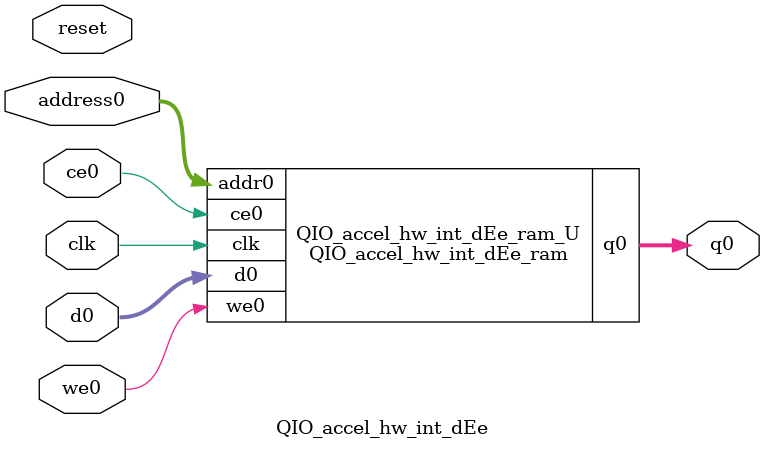
<source format=v>
`timescale 1 ns / 1 ps
module QIO_accel_hw_int_dEe_ram (addr0, ce0, d0, we0, q0,  clk);

parameter DWIDTH = 32;
parameter AWIDTH = 8;
parameter MEM_SIZE = 256;

input[AWIDTH-1:0] addr0;
input ce0;
input[DWIDTH-1:0] d0;
input we0;
output reg[DWIDTH-1:0] q0;
input clk;

(* ram_style = "block" *)reg [DWIDTH-1:0] ram[0:MEM_SIZE-1];




always @(posedge clk)  
begin 
    if (ce0) begin
        if (we0) 
            ram[addr0] <= d0; 
        q0 <= ram[addr0];
    end
end


endmodule

`timescale 1 ns / 1 ps
module QIO_accel_hw_int_dEe(
    reset,
    clk,
    address0,
    ce0,
    we0,
    d0,
    q0);

parameter DataWidth = 32'd32;
parameter AddressRange = 32'd256;
parameter AddressWidth = 32'd8;
input reset;
input clk;
input[AddressWidth - 1:0] address0;
input ce0;
input we0;
input[DataWidth - 1:0] d0;
output[DataWidth - 1:0] q0;



QIO_accel_hw_int_dEe_ram QIO_accel_hw_int_dEe_ram_U(
    .clk( clk ),
    .addr0( address0 ),
    .ce0( ce0 ),
    .we0( we0 ),
    .d0( d0 ),
    .q0( q0 ));

endmodule


</source>
